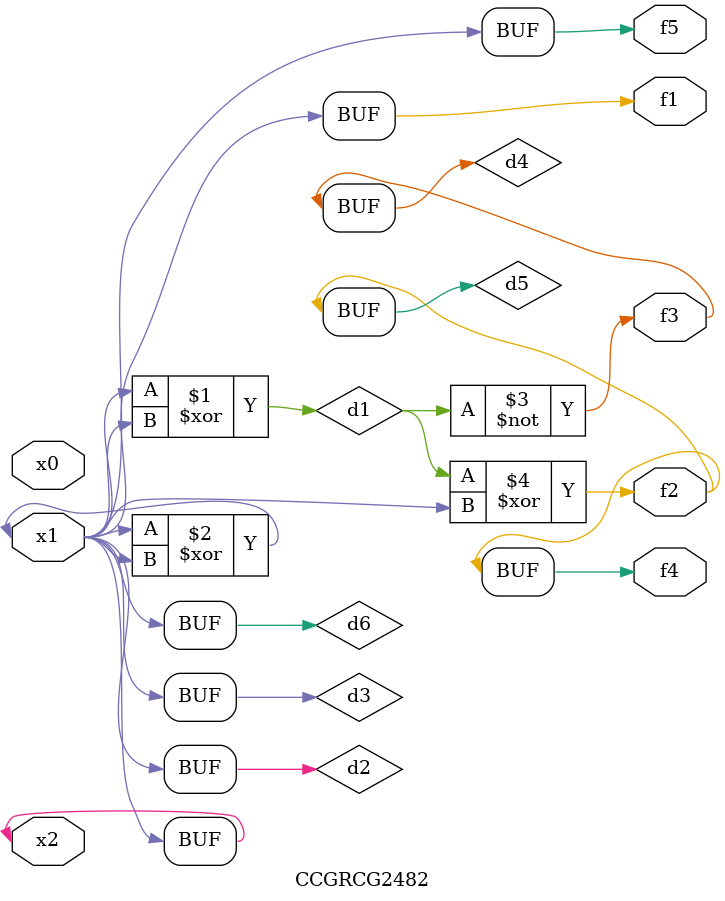
<source format=v>
module CCGRCG2482(
	input x0, x1, x2,
	output f1, f2, f3, f4, f5
);

	wire d1, d2, d3, d4, d5, d6;

	xor (d1, x1, x2);
	buf (d2, x1, x2);
	xor (d3, x1, x2);
	nor (d4, d1);
	xor (d5, d1, d2);
	buf (d6, d2, d3);
	assign f1 = d6;
	assign f2 = d5;
	assign f3 = d4;
	assign f4 = d5;
	assign f5 = d6;
endmodule

</source>
